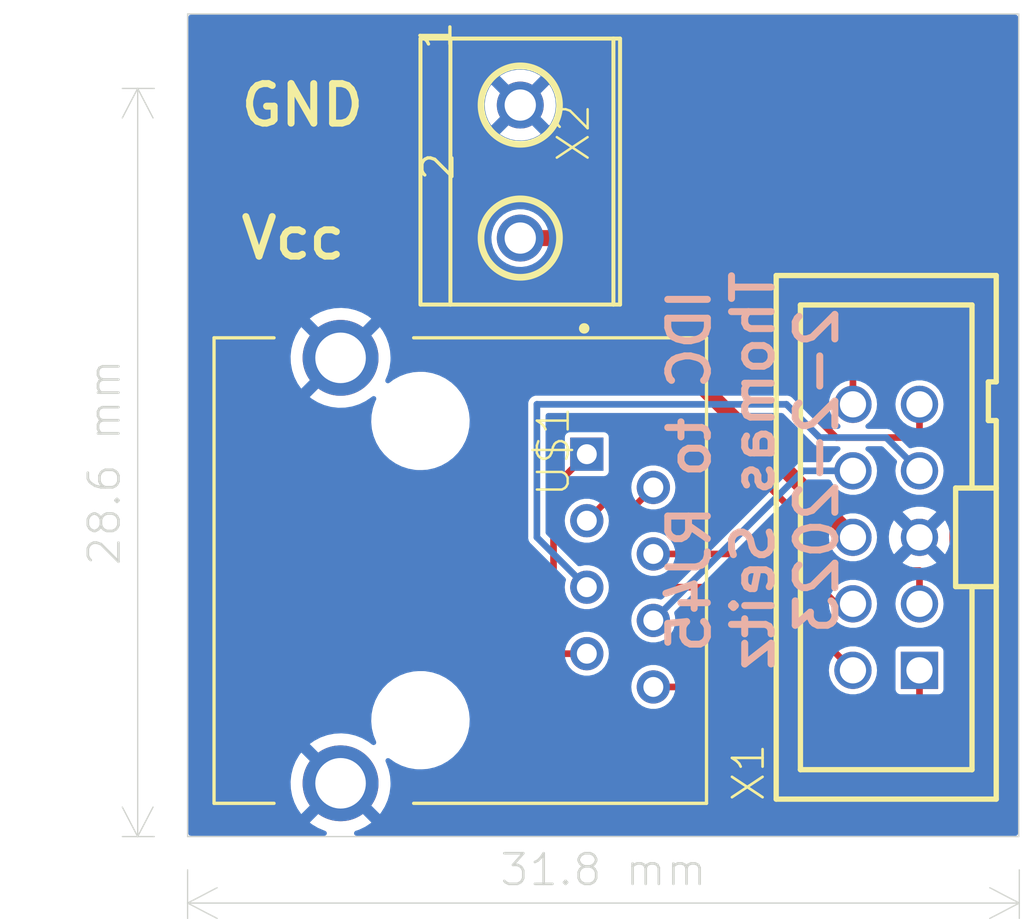
<source format=kicad_pcb>
(kicad_pcb (version 20211014) (generator pcbnew)
  (layers (0 "F.Cu" signal) (31 "B.Cu" signal) (34 "B.Paste" user) (35 "F.Paste" user) (36 "B.SilkS" user "B.Silkscreen") (37 "F.SilkS" user "F.Silkscreen") (38 "B.Mask" user) (39 "F.Mask" user) (44 "Edge.Cuts" user))
  (net 0 "")
  (net 1 "N$1")
  (net 2 "N$2")
  (net 3 "N$3")
  (net 4 "N$4")
  (net 5 "N$5")
  (net 6 "N$6")
  (net 7 "N$7")
  (net 8 "N$8")
  (net 9 "GND")
  (net 10 "VCC")
  (footprint "IDC-RJ45_connector_v1:PAK100_2500-10" (layer "F.Cu") (at 159.3061 109.2836 90)
    (fp_text reference "X1" (at -10.16 -4.572 90) (layer "F.SilkS") (effects (font (size 1.1684 1.1684) (thickness 0.1016)) (justify left bottom)))
    (fp_text value "2510-")
    (fp_line (start 4.459 4.2) (end 1.883 4.2) (layer "F.SilkS") (width 0.2032))
    (fp_line (start -1.883 3.275) (end -8.875 3.275) (layer "F.SilkS") (width 0.2032))
    (fp_line (start 10 -4.2) (end 10 4.2) (layer "F.SilkS") (width 0.2032))
    (fp_line (start 10 4.2) (end 5.938 4.2) (layer "F.SilkS") (width 0.2032))
    (fp_line (start -8.875 3.275) (end -8.875 -3.275) (layer "F.SilkS") (width 0.2032))
    (fp_line (start -1.883 4.2) (end -10 4.2) (layer "F.SilkS") (width 0.2032))
    (fp_line (start 1.883 4.2) (end 1.883 2.65) (layer "F.SilkS") (width 0.2032))
    (fp_line (start 8.875 3.275) (end 1.883 3.275) (layer "F.SilkS") (width 0.2032))
    (fp_line (start 1.883 2.65) (end -1.883 2.65) (layer "F.SilkS") (width 0.2032))
    (fp_line (start -10 -4.2) (end 10 -4.2) (layer "F.SilkS") (width 0.2032))
    (fp_line (start 5.938 4.2) (end 5.938 3.9) (layer "F.SilkS") (width 0.2032))
    (fp_line (start 5.938 3.9) (end 4.459 3.9) (layer "F.SilkS") (width 0.2032))
    (fp_line (start 4.459 3.9) (end 4.459 4.2) (layer "F.SilkS") (width 0.2032))
    (fp_line (start 1.883 4.2) (end -1.883 4.2) (layer "F.SilkS") (width 0.2032))
    (fp_line (start -10 4.2) (end -10 -4.2) (layer "F.SilkS") (width 0.2032))
    (fp_line (start -1.883 2.65) (end -1.883 4.2) (layer "F.SilkS") (width 0.2032))
    (fp_line (start 8.875 -3.275) (end 8.875 3.275) (layer "F.SilkS") (width 0.2032))
    (fp_line (start -8.875 -3.275) (end 8.875 -3.275) (layer "F.SilkS") (width 0.2032))
    (pad "1" thru_hole rect (at -5.08 1.27 90) (size 1.4224 1.4224) (drill 1) (layers *.Cu *.Mask) (net 1 "N$1"))
    (pad "2" thru_hole circle (at -5.08 -1.27 90) (size 1.4224 1.4224) (drill 1) (layers *.Cu *.Mask) (net 2 "N$2"))
    (pad "3" thru_hole circle (at -2.54 1.27 90) (size 1.4224 1.4224) (drill 1) (layers *.Cu *.Mask) (net 3 "N$3"))
    (pad "4" thru_hole circle (at -2.54 -1.27 90) (size 1.4224 1.4224) (drill 1) (layers *.Cu *.Mask) (net 4 "N$4"))
    (pad "5" thru_hole circle (at 0 1.27 90) (size 1.4224 1.4224) (drill 1) (layers *.Cu *.Mask) (net 9 "GND"))
    (pad "6" thru_hole circle (at 0 -1.27 90) (size 1.4224 1.4224) (drill 1) (layers *.Cu *.Mask) (net 10 "VCC"))
    (pad "7" thru_hole circle (at 2.54 1.27 90) (size 1.4224 1.4224) (drill 1) (layers *.Cu *.Mask) (net 5 "N$5"))
    (pad "8" thru_hole circle (at 2.54 -1.27 90) (size 1.4224 1.4224) (drill 1) (layers *.Cu *.Mask) (net 6 "N$6"))
    (pad "9" thru_hole circle (at 5.08 1.27 90) (size 1.4224 1.4224) (drill 1) (layers *.Cu *.Mask) (net 7 "N$7"))
    (pad "10" thru_hole circle (at 5.08 -1.27 90) (size 1.4224 1.4224) (drill 1) (layers *.Cu *.Mask) (net 8 "N$8"))
  )
  (footprint "IDC-RJ45_connector_v1:TE_RJ45-8Z4" (layer "F.Cu") (at 141.5261 110.5536 -90)
    (fp_text reference "U$1" (at -6.35 -5.08 90) (layer "F.SilkS") (effects (font (size 1.176376 1.176376) (thickness 0.093624)) (justify right)))
    (fp_text value "RJ45-8Z4")
    (fp_line (start 8.89 7.88) (end 8.89 5.59) (layer "F.SilkS") (width 0.127))
    (fp_line (start 8.89 7.88) (end -8.89 7.88) (layer "F.SilkS") (width 0.127))
    (fp_line (start -8.89 0.26) (end -8.89 -10.92) (layer "F.SilkS") (width 0.127))
    (fp_line (start -8.89 7.88) (end -8.89 5.59) (layer "F.SilkS") (width 0.127))
    (fp_line (start 8.89 0.26) (end 8.89 -10.92) (layer "F.SilkS") (width 0.127))
    (fp_line (start -8.89 -10.92) (end 8.89 -10.92) (layer "F.SilkS") (width 0.127))
    (fp_circle (center -9.25 -6.25) (end -9.15 -6.25) (layer "F.SilkS") (width 0.2) (fill none))
    (pad "" np_thru_hole circle (at 5.715 0 270) (size 3.25 3.25) (drill 3.25) (layers *.Cu *.Mask))
    (pad "" np_thru_hole circle (at -5.715 0 270) (size 3.25 3.25) (drill 3.25) (layers *.Cu *.Mask))
    (pad "1" thru_hole rect (at -4.445 -6.35 270) (size 1.268 1.268) (drill 0.76) (layers *.Cu *.Mask) (net 1 "N$1"))
    (pad "2" thru_hole circle (at -3.175 -8.89 270) (size 1.268 1.268) (drill 0.76) (layers *.Cu *.Mask) (net 2 "N$2"))
    (pad "3" thru_hole circle (at -1.905 -6.35 270) (size 1.268 1.268) (drill 0.76) (layers *.Cu *.Mask) (net 3 "N$3"))
    (pad "4" thru_hole circle (at -0.635 -8.89 270) (size 1.268 1.268) (drill 0.76) (layers *.Cu *.Mask) (net 4 "N$4"))
    (pad "5" thru_hole circle (at 0.635 -6.35 270) (size 1.268 1.268) (drill 0.76) (layers *.Cu *.Mask) (net 5 "N$5"))
    (pad "6" thru_hole circle (at 1.905 -8.89 270) (size 1.268 1.268) (drill 0.76) (layers *.Cu *.Mask) (net 6 "N$6"))
    (pad "7" thru_hole circle (at 3.175 -6.35 270) (size 1.268 1.268) (drill 0.76) (layers *.Cu *.Mask) (net 7 "N$7"))
    (pad "8" thru_hole circle (at 4.445 -8.89 270) (size 1.268 1.268) (drill 0.76) (layers *.Cu *.Mask) (net 8 "N$8"))
    (pad "9" thru_hole circle (at -8.125 3.05) (size 2.895 2.895) (drill 1.93) (layers *.Cu *.Mask) (net 9 "GND"))
    (pad "10" thru_hole circle (at 8.125 3.05) (size 2.895 2.895) (drill 1.93) (layers *.Cu *.Mask) (net 9 "GND"))
  )
  (footprint "IDC-RJ45_connector_v1:TERMINAL_2P_5MM" (layer "F.Cu") (at 145.3361 95.3136 -90)
    (fp_text reference "X2" (at -2.667 -2.032 90) (layer "F.SilkS") (effects (font (size 1.176528 1.176528) (thickness 0.093472)) (justify right)))
    (fp_text value "")
    (fp_text user "1" (at -4.572 2.54 -90) (layer "F.SilkS") (effects (font (size 1.143 1.143) (thickness 0.127)) (justify left bottom)))
    (fp_text user "2" (at 0.4318 2.4638 -90) (layer "F.SilkS") (effects (font (size 1.143 1.143) (thickness 0.127)) (justify left bottom)))
    (fp_line (start -5.08 -3.556) (end -5.08 -3.81) (layer "F.SilkS") (width 0.1524))
    (fp_line (start 5.08 2.667) (end 5.08 -3.556) (layer "F.SilkS") (width 0.1524))
    (fp_line (start -5.08 2.667) (end -5.08 3.81) (layer "F.SilkS") (width 0.1524))
    (fp_line (start -5.08 2.667) (end 5.08 2.667) (layer "F.SilkS") (width 0.1524))
    (fp_line (start -5.08 -3.81) (end 5.08 -3.81) (layer "F.SilkS") (width 0.1524))
    (fp_line (start -5.08 -3.556) (end -5.08 2.667) (layer "F.SilkS") (width 0.1524))
    (fp_line (start 5.08 3.81) (end -5.08 3.81) (layer "F.SilkS") (width 0.1524))
    (fp_line (start 5.08 3.81) (end 5.08 2.667) (layer "F.SilkS") (width 0.1524))
    (fp_line (start -5.08 -3.556) (end 5.08 -3.556) (layer "F.SilkS") (width 0.1524))
    (fp_line (start 5.08 -3.556) (end 5.08 -3.81) (layer "F.SilkS") (width 0.1524))
    (fp_circle (center -2.54 0) (end -1.0414 0) (layer "F.SilkS") (width 0.254) (fill none))
    (fp_circle (center 2.54 0) (end 4.0386 0) (layer "F.SilkS") (width 0.254) (fill none))
    (pad "1" thru_hole circle (at -2.54 0) (size 1.7907 1.7907) (drill 1.1938) (layers *.Cu *.Mask) (net 9 "GND"))
    (pad "2" thru_hole circle (at 2.54 0) (size 1.7907 1.7907) (drill 1.1938) (layers *.Cu *.Mask) (net 10 "VCC"))
  )
  (gr_line (start 164.3661 89.2936) (end 132.6361 89.2936) (layer "Edge.Cuts") (width 0.05))
  (gr_line (start 132.6361 89.2936) (end 132.6361 120.7136) (layer "Edge.Cuts") (width 0.05))
  (gr_line (start 132.6361 120.7136) (end 164.3661 120.7136) (layer "Edge.Cuts") (width 0.05))
  (gr_line (start 164.3661 120.7136) (end 164.3661 89.2936) (layer "Edge.Cuts") (width 0.05))
  (gr_text "IDC to RJ45\nThomas Seitz\n2-2-2023\n" (at 154.2261 106.7436 -270) (layer "B.SilkS") (effects (font (size 1.5113 1.5113) (thickness 0.2667)) (justify mirror)))
  (gr_text "GND" (at 134.5411 93.6626) (layer "F.SilkS") (effects (font (size 1.5113 1.5113) (thickness 0.2667)) (justify left bottom)))
  (gr_text "Vcc" (at 134.5411 98.7426) (layer "F.SilkS") (effects (font (size 1.5113 1.5113) (thickness 0.2667)) (justify left bottom)))
  (dimension (type aligned) (layer "Edge.Cuts") (pts (xy 132.6361 121.9836) (xy 164.3861 121.9836)) (height 1.27) (gr_text "31.8 mm" (at 148.5111 121.9836) (layer "Edge.Cuts") (effects (font (size 1.1684 1.1684) (thickness 0.1016)))) (format (units 2) (units_format 1) (precision 1)) (style (thickness 0.05) (arrow_length 1.27) (text_position_mode 0) (extension_height 0.58642) (extension_offset 0) keep_text_aligned))
  (dimension (type aligned) (layer "Edge.Cuts") (pts (xy 131.3661 120.7136) (xy 131.3661 92.1386)) (height -0.635) (gr_text "28.6 mm" (at 129.4611 106.4261 90) (layer "Edge.Cuts") (effects (font (size 1.1684 1.1684) (thickness 0.1016)))) (format (units 2) (units_format 1) (precision 1)) (style (thickness 0.05) (arrow_length 1.27) (text_position_mode 0) (extension_height 0.58642) (extension_offset 0) keep_text_aligned))
  (segment (start 160.5761 114.3636) (end 160.5761 115.6336) (width 0.254) (layer "F.Cu") (net 1))
  (segment (start 149.1461 112.4586) (end 147.2411 112.4586) (width 0.254) (layer "F.Cu") (net 1))
  (segment (start 146.6061 107.3786) (end 147.8761 106.1086) (width 0.254) (layer "F.Cu") (net 1))
  (segment (start 157.4011 115.6336) (end 156.1311 114.3636) (width 0.254) (layer "F.Cu") (net 1))
  (segment (start 156.1311 114.3636) (end 156.1311 113.7286) (width 0.254) (layer "F.Cu") (net 1))
  (segment (start 147.2411 112.4586) (end 146.6061 111.8236) (width 0.254) (layer "F.Cu") (net 1))
  (segment (start 149.7811 113.7286) (end 149.1461 113.0936) (width 0.254) (layer "F.Cu") (net 1))
  (segment (start 156.1311 113.7286) (end 149.7811 113.7286) (width 0.254) (layer "F.Cu") (net 1))
  (segment (start 160.5761 115.6336) (end 157.4011 115.6336) (width 0.254) (layer "F.Cu") (net 1))
  (segment (start 146.6061 111.8236) (end 146.6061 107.3786) (width 0.254) (layer "F.Cu") (net 1))
  (segment (start 149.1461 113.0936) (end 149.1461 112.4586) (width 0.254) (layer "F.Cu") (net 1))
  (segment (start 149.1461 108.6486) (end 150.4161 107.3786) (width 0.254) (layer "F.Cu") (net 2))
  (segment (start 149.7811 111.1886) (end 149.1461 110.5536) (width 0.254) (layer "F.Cu") (net 2))
  (segment (start 155.4961 111.1886) (end 149.7811 111.1886) (width 0.254) (layer "F.Cu") (net 2))
  (segment (start 158.0361 114.3636) (end 155.4961 111.8236) (width 0.254) (layer "F.Cu") (net 2))
  (segment (start 149.1461 110.5536) (end 149.1461 108.6486) (width 0.254) (layer "F.Cu") (net 2))
  (segment (start 155.4961 111.8236) (end 155.4961 111.1886) (width 0.254) (layer "F.Cu") (net 2))
  (segment (start 156.7661 109.2836) (end 153.5911 106.1086) (width 0.254) (layer "F.Cu") (net 3))
  (segment (start 160.5761 111.8236) (end 160.5761 110.5536) (width 0.254) (layer "F.Cu") (net 3))
  (segment (start 156.7661 109.9186) (end 156.7661 109.2836) (width 0.254) (layer "F.Cu") (net 3))
  (segment (start 153.5911 106.1086) (end 149.7811 106.1086) (width 0.254) (layer "F.Cu") (net 3))
  (segment (start 160.5761 110.5536) (end 157.4011 110.5536) (width 0.254) (layer "F.Cu") (net 3))
  (segment (start 149.1461 106.7436) (end 149.1461 107.3786) (width 0.254) (layer "F.Cu") (net 3))
  (segment (start 149.1461 107.3786) (end 147.8761 108.6486) (width 0.254) (layer "F.Cu") (net 3))
  (segment (start 149.7811 106.1086) (end 149.1461 106.7436) (width 0.254) (layer "F.Cu") (net 3))
  (segment (start 157.4011 110.5536) (end 156.7661 109.9186) (width 0.254) (layer "F.Cu") (net 3))
  (segment (start 157.4011 111.8236) (end 156.1311 110.5536) (width 0.254) (layer "F.Cu") (net 4))
  (segment (start 156.1311 110.5536) (end 156.1311 109.9186) (width 0.254) (layer "F.Cu") (net 4))
  (segment (start 158.0361 111.8236) (end 157.4011 111.8236) (width 0.254) (layer "F.Cu") (net 4))
  (segment (start 156.1311 109.9186) (end 150.4161 109.9186) (width 0.254) (layer "F.Cu") (net 4))
  (segment (start 155.4961 104.2036) (end 145.9711 104.2036) (width 0.254) (layer "B.Cu") (net 5))
  (segment (start 145.9711 109.2836) (end 147.8761 111.1886) (width 0.254) (layer "B.Cu") (net 5))
  (segment (start 160.5761 106.7436) (end 159.3061 105.4736) (width 0.254) (layer "B.Cu") (net 5))
  (segment (start 156.7661 105.4736) (end 155.4961 104.2036) (width 0.254) (layer "B.Cu") (net 5))
  (segment (start 145.9711 104.2036) (end 145.9711 109.2836) (width 0.254) (layer "B.Cu") (net 5))
  (segment (start 159.3061 105.4736) (end 156.7661 105.4736) (width 0.254) (layer "B.Cu") (net 5))
  (segment (start 158.0361 106.7436) (end 156.1311 106.7436) (width 0.254) (layer "B.Cu") (net 6))
  (segment (start 156.1311 106.7436) (end 150.4161 112.4586) (width 0.254) (layer "B.Cu") (net 6))
  (segment (start 156.7661 96.5836) (end 144.7011 96.5836) (width 0.254) (layer "F.Cu") (net 7))
  (segment (start 160.5761 104.2036) (end 160.5761 105.4736) (width 0.254) (layer "F.Cu") (net 7))
  (segment (start 156.7661 104.8386) (end 156.7661 96.5836) (width 0.254) (layer "F.Cu") (net 7))
  (segment (start 157.4011 105.4736) (end 156.7661 104.8386) (width 0.254) (layer "F.Cu") (net 7))
  (segment (start 144.7011 96.5836) (end 144.0661 97.2186) (width 0.254) (layer "F.Cu") (net 7))
  (segment (start 144.7011 113.7286) (end 147.8761 113.7286) (width 0.254) (layer "F.Cu") (net 7))
  (segment (start 144.0661 98.4886) (end 144.7011 99.1236) (width 0.254) (layer "F.Cu") (net 7))
  (segment (start 144.0661 97.2186) (end 144.0661 98.4886) (width 0.254) (layer "F.Cu") (net 7))
  (segment (start 144.7011 99.1236) (end 144.7011 113.7286) (width 0.254) (layer "F.Cu") (net 7))
  (segment (start 160.5761 105.4736) (end 157.4011 105.4736) (width 0.254) (layer "F.Cu") (net 7))
  (segment (start 158.0361 104.2036) (end 158.0361 102.9336) (width 0.254) (layer "F.Cu") (net 8))
  (segment (start 161.2111 102.9336) (end 161.8461 103.5686) (width 0.254) (layer "F.Cu") (net 8))
  (segment (start 155.4961 114.9986) (end 150.4161 114.9986) (width 0.254) (layer "F.Cu") (net 8))
  (segment (start 156.7661 116.2686) (end 155.4961 114.9986) (width 0.254) (layer "F.Cu") (net 8))
  (segment (start 158.0361 102.9336) (end 161.2111 102.9336) (width 0.254) (layer "F.Cu") (net 8))
  (segment (start 161.8461 103.5686) (end 161.8461 116.2686) (width 0.254) (layer "F.Cu") (net 8))
  (segment (start 161.8461 116.2686) (end 156.7661 116.2686) (width 0.254) (layer "F.Cu") (net 8))
  (segment (start 145.3361 97.8536) (end 146.6061 97.8536) (width 0.6096) (layer "F.Cu") (net 10))
  (segment (start 146.6061 97.8536) (end 158.0361 109.2836) (width 0.6096) (layer "F.Cu") (net 10))
  (zone (net 9) (net_name "GND") (layer "B.Cu") (priority 6) (connect_pads (clearance 0.000001)) (min_thickness 0.2032) (fill yes (thermal_gap 0.4564) (thermal_bridge_width 0.4564))
    (polygon (pts (xy 164.5893 120.9168) (xy 132.4329 120.9168) (xy 132.4329 88.7604) (xy 164.5893 88.7604)))
  )
)
</source>
